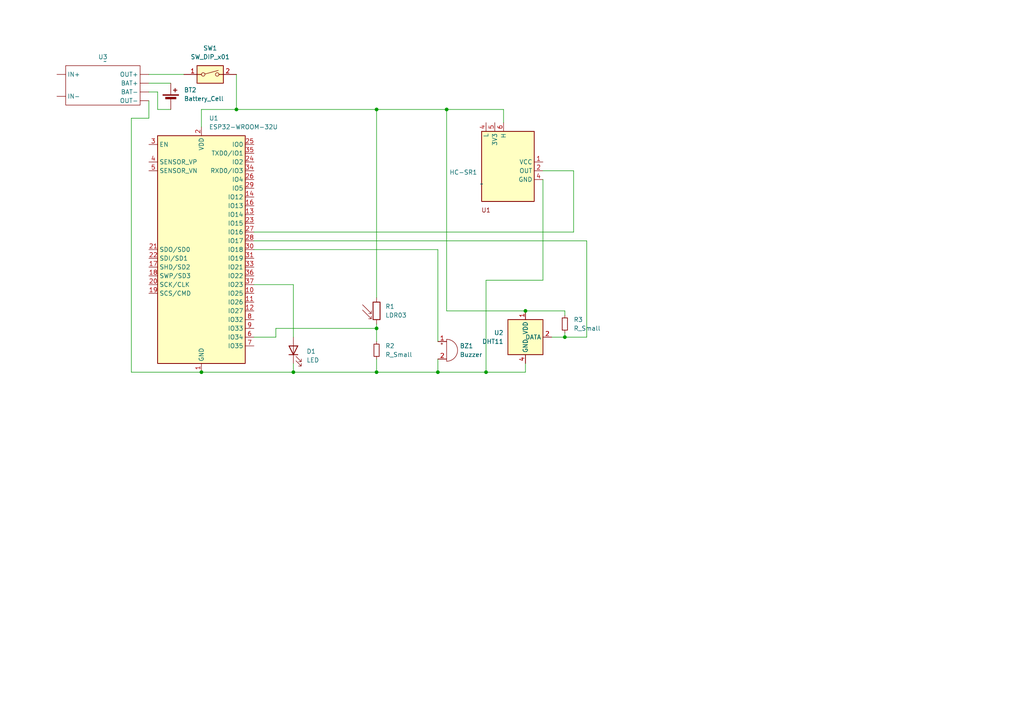
<source format=kicad_sch>
(kicad_sch (version 20230121) (generator eeschema)
  (paper "A4")
  (lib_symbols
    (symbol "Device:Battery_Cell" (pin_numbers hide) (pin_names (offset 0) hide)
      (property "Reference" "BT" (at 2.54 2.54 0))
      (property "Value" "Battery_Cell" (at 2.54 0 0))
      (symbol "Battery_Cell_0_1"
        (rectangle (start -2.286 1.778) (end 2.286 1.524) (fill (type outline)))
        (rectangle (start -1.524 1.016) (end 1.524 0.508) (fill (type outline)))
        (polyline (pts (xy 0 0.762) (xy 0 0)))
        (polyline (pts (xy 0 1.778) (xy 0 2.54)))
        (polyline (pts (xy 0.762 3.048) (xy 1.778 3.048)) (stroke (width 0.254)))
        (polyline (pts (xy 1.27 3.556) (xy 1.27 2.54)) (stroke (width 0.254)))
      )
      (symbol "Battery_Cell_1_1"
        (pin passive line (at 0 5.08 270) (length 2.54) (name "+") (number "1"))
        (pin passive line (at 0 -2.54 90) (length 2.54) (name "-") (number "2"))
      )
    )
    (symbol "Device:Buzzer" (pin_names (offset 0.0254) hide)
      (property "Reference" "BZ" (at 3.81 1.27 0))
      (property "Value" "Buzzer" (at 3.81 -1.27 0))
      (symbol "Buzzer_0_1"
        (arc (start 0 -3.175) (mid 3.1612 0) (end 0 3.175))
        (polyline (pts (xy -1.651 1.905) (xy -1.143 1.905)))
        (polyline (pts (xy -1.397 2.159) (xy -1.397 1.651)))
        (polyline (pts (xy 0 3.175) (xy 0 -3.175)))
      )
      (symbol "Buzzer_1_1"
        (pin passive line (at -2.54 2.54 0) (length 2.54) (name "+") (number "1"))
        (pin passive line (at -2.54 -2.54 0) (length 2.54) (name "-") (number "2"))
      )
    )
    (symbol "Device:LED" (pin_numbers hide) (pin_names (offset 1.016) hide)
      (property "Reference" "D" (at 0 2.54 0))
      (property "Value" "LED" (at 0 -2.54 0))
      (symbol "LED_0_1"
        (polyline (pts (xy -1.27 -1.27) (xy -1.27 1.27)) (stroke (width 0.254)))
        (polyline (pts (xy -1.27 0) (xy 1.27 0)))
        (polyline (pts (xy 1.27 -1.27) (xy 1.27 1.27) (xy -1.27 0) (xy 1.27 -1.27)) (stroke (width 0.254)))
        (polyline (pts (xy -3.048 -0.762) (xy -4.572 -2.286) (xy -3.81 -2.286) (xy -4.572 -2.286) (xy -4.572 -1.524)))
        (polyline (pts (xy -1.778 -0.762) (xy -3.302 -2.286) (xy -2.54 -2.286) (xy -3.302 -2.286) (xy -3.302 -1.524)))
      )
      (symbol "LED_1_1"
        (pin passive line (at -3.81 0 0) (length 2.54) (name "K") (number "1"))
        (pin passive line (at 3.81 0 180) (length 2.54) (name "A") (number "2"))
      )
    )
    (symbol "Device:R_Small" (pin_numbers hide) (pin_names (offset 0.254) hide)
      (property "Reference" "R" (at 0.762 0.508 0))
      (property "Value" "R_Small" (at 0.762 -1.016 0))
      (symbol "R_Small_0_1"
        (rectangle (start -0.762 1.778) (end 0.762 -1.778) (stroke (width 0.2032)))
      )
      (symbol "R_Small_1_1"
        (pin passive line (at 0 2.54 270) (length 0.762) (name "~") (number "1"))
        (pin passive line (at 0 -2.54 90) (length 0.762) (name "~") (number "2"))
      )
    )
    (symbol "HC-SR501:HC-SR501"
      (property "Reference" "HC-SR501" (at 2.54 -13.97 0))
      (symbol "HC-SR501_0_1"
        (rectangle (start -7.62 8.89) (end 7.62 -11.43) (stroke (width 0.254)) (fill (type background)))
      )
      (symbol "HC-SR501_1_1"
        (text "U1\n" (at -6.35 -13.97 0) (effects (font (size 1.27 1.27))))
        (pin power_in line (at 10.16 0 180) (length 2.54) (name "VCC") (number "1"))
        (pin bidirectional line (at 10.16 -2.54 180) (length 2.54) (name "OUT") (number "2"))
        (pin power_in line (at 10.16 -5.08 180) (length 2.54) (name "GND") (number "4"))
        (pin input line (at -6.35 11.43 270) (length 2.54) (name "L") (number "4"))
        (pin bidirectional line (at -3.81 11.43 270) (length 2.54) (name "3V3") (number "5"))
        (pin input line (at -1.27 11.43 270) (length 2.54) (name "H") (number "6"))
      )
    )
    (symbol "RF_Module:ESP32-WROOM-32U"
      (property "Reference" "U" (at -12.7 34.29 0))
      (property "Value" "ESP32-WROOM-32U" (at 1.27 34.29 0))
      (symbol "ESP32-WROOM-32U_0_1"
        (rectangle (start -12.7 33.02) (end 12.7 -33.02) (stroke (width 0.254)) (fill (type background)))
      )
      (symbol "ESP32-WROOM-32U_1_1"
        (pin power_in line (at 0 -35.56 90) (length 2.54) (name "GND") (number "1"))
        (pin bidirectional line (at 15.24 -12.7 180) (length 2.54) (name "IO25") (number "10"))
        (pin bidirectional line (at 15.24 -15.24 180) (length 2.54) (name "IO26") (number "11"))
        (pin bidirectional line (at 15.24 -17.78 180) (length 2.54) (name "IO27") (number "12"))
        (pin bidirectional line (at 15.24 10.16 180) (length 2.54) (name "IO14") (number "13"))
        (pin bidirectional line (at 15.24 15.24 180) (length 2.54) (name "IO12") (number "14"))
        (pin passive line (at 0 -35.56 90) (length 2.54) hide (name "GND") (number "15"))
        (pin bidirectional line (at 15.24 12.7 180) (length 2.54) (name "IO13") (number "16"))
        (pin bidirectional line (at -15.24 -5.08 0) (length 2.54) (name "SHD/SD2") (number "17"))
        (pin bidirectional line (at -15.24 -7.62 0) (length 2.54) (name "SWP/SD3") (number "18"))
        (pin bidirectional line (at -15.24 -12.7 0) (length 2.54) (name "SCS/CMD") (number "19"))
        (pin power_in line (at 0 35.56 270) (length 2.54) (name "VDD") (number "2"))
        (pin bidirectional line (at -15.24 -10.16 0) (length 2.54) (name "SCK/CLK") (number "20"))
        (pin bidirectional line (at -15.24 0 0) (length 2.54) (name "SDO/SD0") (number "21"))
        (pin bidirectional line (at -15.24 -2.54 0) (length 2.54) (name "SDI/SD1") (number "22"))
        (pin bidirectional line (at 15.24 7.62 180) (length 2.54) (name "IO15") (number "23"))
        (pin bidirectional line (at 15.24 25.4 180) (length 2.54) (name "IO2") (number "24"))
        (pin bidirectional line (at 15.24 30.48 180) (length 2.54) (name "IO0") (number "25"))
        (pin bidirectional line (at 15.24 20.32 180) (length 2.54) (name "IO4") (number "26"))
        (pin bidirectional line (at 15.24 5.08 180) (length 2.54) (name "IO16") (number "27"))
        (pin bidirectional line (at 15.24 2.54 180) (length 2.54) (name "IO17") (number "28"))
        (pin bidirectional line (at 15.24 17.78 180) (length 2.54) (name "IO5") (number "29"))
        (pin input line (at -15.24 30.48 0) (length 2.54) (name "EN") (number "3"))
        (pin bidirectional line (at 15.24 0 180) (length 2.54) (name "IO18") (number "30"))
        (pin bidirectional line (at 15.24 -2.54 180) (length 2.54) (name "IO19") (number "31"))
        (pin no_connect line (at -12.7 -27.94 0) (length 2.54) hide (name "NC") (number "32"))
        (pin bidirectional line (at 15.24 -5.08 180) (length 2.54) (name "IO21") (number "33"))
        (pin bidirectional line (at 15.24 22.86 180) (length 2.54) (name "RXD0/IO3") (number "34"))
        (pin bidirectional line (at 15.24 27.94 180) (length 2.54) (name "TXD0/IO1") (number "35"))
        (pin bidirectional line (at 15.24 -7.62 180) (length 2.54) (name "IO22") (number "36"))
        (pin bidirectional line (at 15.24 -10.16 180) (length 2.54) (name "IO23") (number "37"))
        (pin passive line (at 0 -35.56 90) (length 2.54) hide (name "GND") (number "38"))
        (pin passive line (at 0 -35.56 90) (length 2.54) hide (name "GND") (number "39"))
        (pin input line (at -15.24 25.4 0) (length 2.54) (name "SENSOR_VP") (number "4"))
        (pin input line (at -15.24 22.86 0) (length 2.54) (name "SENSOR_VN") (number "5"))
        (pin input line (at 15.24 -25.4 180) (length 2.54) (name "IO34") (number "6"))
        (pin input line (at 15.24 -27.94 180) (length 2.54) (name "IO35") (number "7"))
        (pin bidirectional line (at 15.24 -20.32 180) (length 2.54) (name "IO32") (number "8"))
        (pin bidirectional line (at 15.24 -22.86 180) (length 2.54) (name "IO33") (number "9"))
      )
    )
    (symbol "Sensor:DHT11"
      (property "Reference" "U" (at -3.81 6.35 0))
      (property "Value" "DHT11" (at 3.81 6.35 0))
      (symbol "DHT11_0_1"
        (rectangle (start -5.08 5.08) (end 5.08 -5.08) (stroke (width 0.254)) (fill (type background)))
      )
      (symbol "DHT11_1_1"
        (pin power_in line (at 0 7.62 270) (length 2.54) (name "VDD") (number "1"))
        (pin bidirectional line (at 7.62 0 180) (length 2.54) (name "DATA") (number "2"))
        (pin no_connect line (at -5.08 0 0) (length 2.54) hide (name "NC") (number "3"))
        (pin power_in line (at 0 -7.62 90) (length 2.54) (name "GND") (number "4"))
      )
    )
    (symbol "Sensor_Optical:LDR03" (pin_numbers hide) (pin_names (offset 0))
      (property "Reference" "R" (at -5.08 0 90))
      (property "Value" "LDR03" (at 1.905 0 90))
      (symbol "LDR03_0_1"
        (rectangle (start -1.016 2.54) (end 1.016 -2.54) (stroke (width 0.254)))
        (polyline (pts (xy -1.524 -2.286) (xy -4.064 0.254)))
        (polyline (pts (xy -1.524 -2.286) (xy -2.286 -2.286)))
        (polyline (pts (xy -1.524 -2.286) (xy -1.524 -1.524)))
        (polyline (pts (xy -1.524 -0.762) (xy -4.064 1.778)))
        (polyline (pts (xy -1.524 -0.762) (xy -2.286 -0.762)))
        (polyline (pts (xy -1.524 -0.762) (xy -1.524 0)))
      )
      (symbol "LDR03_1_1"
        (pin passive line (at 0 3.81 270) (length 1.27) (name "~") (number "1"))
        (pin passive line (at 0 -3.81 90) (length 1.27) (name "~") (number "2"))
      )
    )
    (symbol "Switch:SW_DIP_x01" (pin_names (offset 0) hide)
      (property "Reference" "SW" (at 0 3.81 0))
      (property "Value" "SW_DIP_x01" (at 0 -3.81 0))
      (symbol "SW_DIP_x01_0_0"
        (circle (center -2.032 0) (radius 0.508))
        (polyline (pts (xy -1.524 0.127) (xy 2.3622 1.1684)))
        (circle (center 2.032 0) (radius 0.508))
      )
      (symbol "SW_DIP_x01_0_1"
        (rectangle (start -3.81 2.54) (end 3.81 -2.54) (stroke (width 0.254)) (fill (type background)))
      )
      (symbol "SW_DIP_x01_1_1"
        (pin passive line (at -7.62 0 0) (length 5.08) (name "~") (number "1"))
        (pin passive line (at 7.62 0 180) (length 5.08) (name "~") (number "2"))
      )
    )
    (symbol "tp4056:TP4056"
      (property "Reference" "U" (at 0 0 0))
      (symbol "TP4056_0_1"
        (rectangle (start -11.43 -1.27) (end 10.16 -12.7))
      )
      (symbol "TP4056_1_1"
        (pin power_in line (at 12.7 -6.35 180) (length 2.54) (name "BAT+") (number ""))
        (pin power_in line (at 12.7 -8.89 180) (length 2.54) (name "BAT-") (number ""))
        (pin power_in line (at -13.97 -3.81 0) (length 2.54) (name "IN+") (number ""))
        (pin power_out line (at -13.97 -10.16 0) (length 2.54) (name "IN-") (number ""))
        (pin power_in line (at 12.7 -3.81 180) (length 2.54) (name "OUT+") (number ""))
        (pin power_in line (at 12.7 -11.43 180) (length 2.54) (name "OUT-") (number ""))
      )
    )
  )
  (junction (at 163.83 97.79))
  (junction (at 129.54 31.75))
  (junction (at 58.42 107.95))
  (junction (at 109.22 107.95))
  (junction (at 152.4 90.17))
  (junction (at 68.58 31.75))
  (junction (at 140.97 107.95))
  (junction (at 109.22 95.25))
  (junction (at 109.22 31.75))
  (junction (at 127 107.95))
  (junction (at 85.09 107.95))
  (wire (pts (xy 140.97 107.95) (xy 152.4 107.95)))
  (wire (pts (xy 109.22 93.98) (xy 109.22 95.25)))
  (wire (pts (xy 140.97 81.28) (xy 140.97 107.95)))
  (wire (pts (xy 163.83 97.79) (xy 170.18 97.79)))
  (wire (pts (xy 157.48 52.07) (xy 157.48 81.28)))
  (wire (pts (xy 73.66 69.85) (xy 170.18 69.85)))
  (wire (pts (xy 109.22 104.14) (xy 109.22 107.95)))
  (wire (pts (xy 73.66 67.31) (xy 166.37 67.31)))
  (wire (pts (xy 58.42 36.83) (xy 58.42 31.75)))
  (wire (pts (xy 73.66 82.55) (xy 85.09 82.55)))
  (wire (pts (xy 58.42 31.75) (xy 68.58 31.75)))
  (wire (pts (xy 45.72 31.75) (xy 49.53 31.75)))
  (wire (pts (xy 80.01 95.25) (xy 109.22 95.25)))
  (wire (pts (xy 73.66 97.79) (xy 80.01 97.79)))
  (wire (pts (xy 166.37 49.53) (xy 166.37 67.31)))
  (wire (pts (xy 58.42 107.95) (xy 85.09 107.95)))
  (wire (pts (xy 127 107.95) (xy 140.97 107.95)))
  (wire (pts (xy 38.1 34.29) (xy 38.1 107.95)))
  (wire (pts (xy 85.09 105.41) (xy 85.09 107.95)))
  (wire (pts (xy 129.54 31.75) (xy 146.05 31.75)))
  (wire (pts (xy 43.18 29.21) (xy 43.18 34.29)))
  (wire (pts (xy 163.83 90.17) (xy 163.83 91.44)))
  (wire (pts (xy 157.48 81.28) (xy 140.97 81.28)))
  (wire (pts (xy 43.18 24.13) (xy 49.53 24.13)))
  (wire (pts (xy 163.83 97.79) (xy 163.83 96.52)))
  (wire (pts (xy 85.09 82.55) (xy 85.09 97.79)))
  (wire (pts (xy 80.01 97.79) (xy 80.01 95.25)))
  (wire (pts (xy 109.22 86.36) (xy 109.22 31.75)))
  (wire (pts (xy 68.58 21.59) (xy 68.58 31.75)))
  (wire (pts (xy 127 72.39) (xy 127 99.06)))
  (wire (pts (xy 170.18 97.79) (xy 170.18 69.85)))
  (wire (pts (xy 127 104.14) (xy 127 107.95)))
  (wire (pts (xy 38.1 107.95) (xy 58.42 107.95)))
  (wire (pts (xy 109.22 95.25) (xy 109.22 99.06)))
  (wire (pts (xy 43.18 34.29) (xy 38.1 34.29)))
  (wire (pts (xy 43.18 26.67) (xy 45.72 26.67)))
  (wire (pts (xy 129.54 90.17) (xy 129.54 31.75)))
  (wire (pts (xy 43.18 21.59) (xy 53.34 21.59)))
  (wire (pts (xy 152.4 90.17) (xy 129.54 90.17)))
  (wire (pts (xy 146.05 31.75) (xy 146.05 35.56)))
  (wire (pts (xy 73.66 72.39) (xy 127 72.39)))
  (wire (pts (xy 152.4 90.17) (xy 163.83 90.17)))
  (wire (pts (xy 109.22 107.95) (xy 127 107.95)))
  (wire (pts (xy 85.09 107.95) (xy 109.22 107.95)))
  (wire (pts (xy 152.4 105.41) (xy 152.4 107.95)))
  (wire (pts (xy 160.02 97.79) (xy 163.83 97.79)))
  (wire (pts (xy 68.58 31.75) (xy 109.22 31.75)))
  (wire (pts (xy 157.48 49.53) (xy 166.37 49.53)))
  (wire (pts (xy 109.22 31.75) (xy 129.54 31.75)))
  (wire (pts (xy 45.72 26.67) (xy 45.72 31.75)))
  (symbol (lib_id "Device:Battery_Cell") (at 49.53 29.21 0) (unit 1)
    (property "Reference" "BT2" (at 53.34 26.0985 0) (effects (justify left)))
    (property "Value" "Battery_Cell" (at 53.34 28.6385 0) (effects (justify left)))
  )
  (symbol (lib_id "Sensor_Optical:LDR03") (at 109.22 90.17 0) (unit 1)
    (property "Reference" "R1" (at 111.76 88.9 0) (effects (justify left)))
    (property "Value" "LDR03" (at 111.76 91.44 0) (effects (justify left)))
    (property "Footprint" "OptoDevice:R_LDR_10x8.5mm_P7.6mm_Vertical" (effects hide))
    (property "Datasheet" "http://www.elektronica-componenten.nl/WebRoot/StoreNL/Shops/61422969/54F1/BA0C/C664/31B9/2173/C0A8/2AB9/2AEF/LDR03IMP.pdf" (effects hide))
  )
  (symbol (lib_id "RF_Module:ESP32-WROOM-32U") (at 58.42 72.39 0) (unit 1)
    (property "Reference" "U1" (at 60.6141 34.29 0) (effects (justify left)))
    (property "Value" "ESP32-WROOM-32U" (at 60.6141 36.83 0) (effects (justify left)))
    (property "Footprint" "RF_Module:ESP32-WROOM-32U" (effects hide))
    (property "Datasheet" "https://www.espressif.com/sites/default/files/documentation/esp32-wroom-32d_esp32-wroom-32u_datasheet_en.pdf" (effects hide))
  )
  (symbol (lib_id "tp4056:TP4056") (at 30.48 17.78 0) (unit 1)
    (property "Reference" "U3" (at 29.845 16.51 0))
    (property "Value" "~" (at 30.48 17.78 0))
  )
  (symbol (lib_id "Device:Buzzer") (at 129.54 101.6 0) (unit 1)
    (property "Reference" "BZ1" (at 133.35 100.33 0) (effects (justify left)))
    (property "Value" "Buzzer" (at 133.35 102.87 0) (effects (justify left)))
  )
  (symbol (lib_id "Device:R_Small") (at 163.83 93.98 0) (unit 1)
    (property "Reference" "R3" (at 166.37 92.71 0) (effects (justify left)))
    (property "Value" "R_Small" (at 166.37 95.25 0) (effects (justify left)))
  )
  (symbol (lib_id "Sensor:DHT11") (at 152.4 97.79 0) (unit 1)
    (property "Reference" "U2" (at 146.05 96.52 0) (effects (justify right)))
    (property "Value" "DHT11" (at 146.05 99.06 0) (effects (justify right)))
    (property "Footprint" "Sensor:Aosong_DHT11_5.5x12.0_P2.54mm" (effects hide))
    (property "Datasheet" "http://akizukidenshi.com/download/ds/aosong/DHT11.pdf" (effects hide))
  )
  (symbol (lib_id "Switch:SW_DIP_x01") (at 60.96 21.59 0) (unit 1)
    (property "Reference" "SW1" (at 60.96 13.97 0))
    (property "Value" "SW_DIP_x01" (at 60.96 16.51 0))
  )
  (symbol (lib_id "HC-SR501:HC-SR501") (at 147.32 46.99 0) (unit 1)
    (property "Reference" "HC-SR1" (at 138.43 49.9773 0) (effects (justify right)))
    (property "Value" "~" (at 139.7 53.34 0))
  )
  (symbol (lib_id "Device:LED") (at 85.09 101.6 90) (unit 1)
    (property "Reference" "D1" (at 88.9 101.9175 90) (effects (justify right)))
    (property "Value" "LED" (at 88.9 104.4575 90) (effects (justify right)))
  )
  (symbol (lib_id "Device:R_Small") (at 109.22 101.6 0) (unit 1)
    (property "Reference" "R2" (at 111.76 100.33 0) (effects (justify left)))
    (property "Value" "R_Small" (at 111.76 102.87 0) (effects (justify left)))
  )
)
</source>
